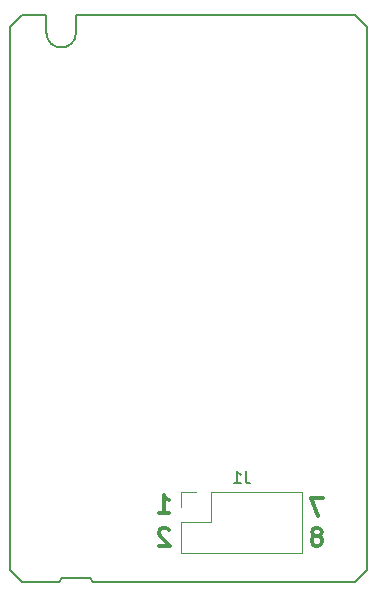
<source format=gbr>
%TF.GenerationSoftware,KiCad,Pcbnew,4.0.7*%
%TF.CreationDate,2018-07-11T12:57:16+02:00*%
%TF.ProjectId,Parkbrake_switch,5061726B6272616B655F737769746368,rev?*%
%TF.FileFunction,Legend,Bot*%
%FSLAX46Y46*%
G04 Gerber Fmt 4.6, Leading zero omitted, Abs format (unit mm)*
G04 Created by KiCad (PCBNEW 4.0.7) date Wednesday 11 July 2018 12:57:16*
%MOMM*%
%LPD*%
G01*
G04 APERTURE LIST*
%ADD10C,0.100000*%
%ADD11C,0.300000*%
%ADD12C,0.150000*%
%ADD13C,0.120000*%
G04 APERTURE END LIST*
D10*
D11*
X126126856Y-144093429D02*
X126269714Y-144022000D01*
X126341142Y-143950571D01*
X126412571Y-143807714D01*
X126412571Y-143736286D01*
X126341142Y-143593429D01*
X126269714Y-143522000D01*
X126126856Y-143450571D01*
X125841142Y-143450571D01*
X125698285Y-143522000D01*
X125626856Y-143593429D01*
X125555428Y-143736286D01*
X125555428Y-143807714D01*
X125626856Y-143950571D01*
X125698285Y-144022000D01*
X125841142Y-144093429D01*
X126126856Y-144093429D01*
X126269714Y-144164857D01*
X126341142Y-144236286D01*
X126412571Y-144379143D01*
X126412571Y-144664857D01*
X126341142Y-144807714D01*
X126269714Y-144879143D01*
X126126856Y-144950571D01*
X125841142Y-144950571D01*
X125698285Y-144879143D01*
X125626856Y-144807714D01*
X125555428Y-144664857D01*
X125555428Y-144379143D01*
X125626856Y-144236286D01*
X125698285Y-144164857D01*
X125841142Y-144093429D01*
X126483999Y-140910571D02*
X125483999Y-140910571D01*
X126126856Y-142410571D01*
X113458571Y-143593429D02*
X113387142Y-143522000D01*
X113244285Y-143450571D01*
X112887142Y-143450571D01*
X112744285Y-143522000D01*
X112672856Y-143593429D01*
X112601428Y-143736286D01*
X112601428Y-143879143D01*
X112672856Y-144093429D01*
X113529999Y-144950571D01*
X112601428Y-144950571D01*
X112601428Y-142156571D02*
X113458571Y-142156571D01*
X113029999Y-142156571D02*
X113029999Y-140656571D01*
X113172856Y-140870857D01*
X113315714Y-141013714D01*
X113458571Y-141085143D01*
D12*
X107000000Y-148000000D02*
X129200000Y-148000000D01*
X106800000Y-147700000D02*
X107000000Y-148000000D01*
X104400000Y-147700000D02*
X106800000Y-147700000D01*
X104200000Y-148000000D02*
X104400000Y-147700000D01*
X101000000Y-148000000D02*
X104200000Y-148000000D01*
X100000000Y-147000000D02*
X100000000Y-101000000D01*
X101000000Y-148000000D02*
X100000000Y-147000000D01*
X130200000Y-147000000D02*
X129200000Y-148000000D01*
X130200000Y-101000000D02*
X130200000Y-147000000D01*
X129200000Y-100000000D02*
X130200000Y-101000000D01*
X105600000Y-100000000D02*
X129200000Y-100000000D01*
X105600000Y-101500000D02*
X105600000Y-100000000D01*
X101000000Y-100000000D02*
X100000000Y-101000000D01*
X103100000Y-101500000D02*
G75*
G03X105600000Y-101500000I1250000J0D01*
G01*
X103100000Y-100000000D02*
X103100000Y-101500000D01*
X101000000Y-100000000D02*
X103100000Y-100000000D01*
D13*
X124750000Y-140370000D02*
X124750000Y-145570000D01*
X117070000Y-140370000D02*
X124750000Y-140370000D01*
X114470000Y-145570000D02*
X124750000Y-145570000D01*
X117070000Y-140370000D02*
X117070000Y-142970000D01*
X117070000Y-142970000D02*
X114470000Y-142970000D01*
X114470000Y-142970000D02*
X114470000Y-145570000D01*
X115800000Y-140370000D02*
X114470000Y-140370000D01*
X114470000Y-140370000D02*
X114470000Y-141700000D01*
D12*
X119967333Y-138644381D02*
X119967333Y-139358667D01*
X120014953Y-139501524D01*
X120110191Y-139596762D01*
X120253048Y-139644381D01*
X120348286Y-139644381D01*
X118967333Y-139644381D02*
X119538762Y-139644381D01*
X119253048Y-139644381D02*
X119253048Y-138644381D01*
X119348286Y-138787238D01*
X119443524Y-138882476D01*
X119538762Y-138930095D01*
M02*

</source>
